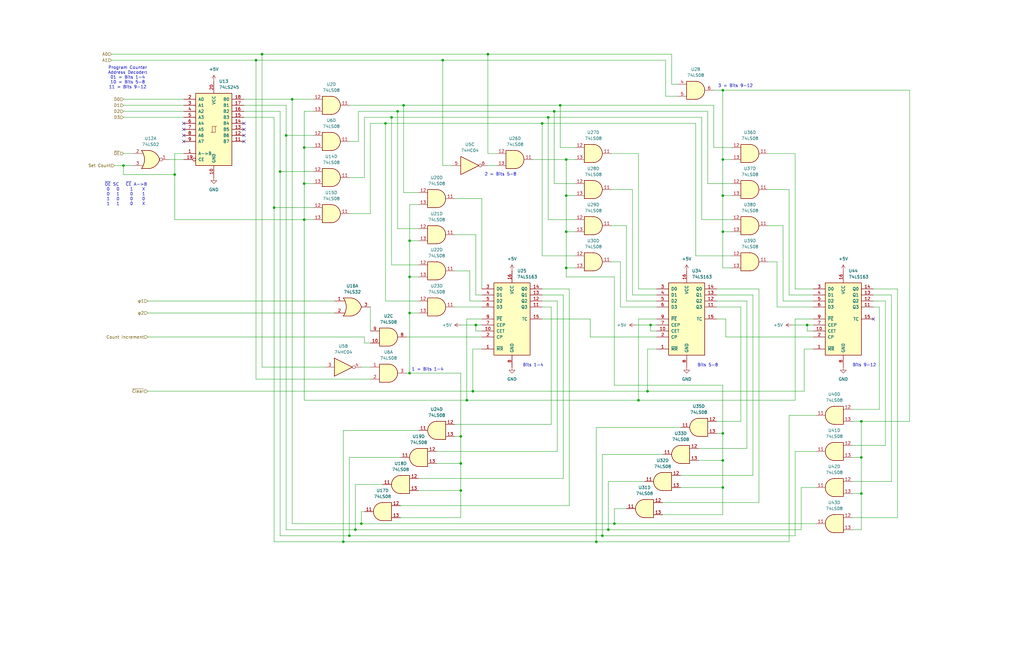
<source format=kicad_sch>
(kicad_sch (version 20231120) (generator "eeschema") (generator_version "8.0")
  (paper "B")
  (lib_symbols
    (symbol "74xx:74HC04"
      (property "Reference" "U" (at 0 1.27 0))
      (property "Value" "74HC04" (at 0 -1.27 0))
      (symbol "74HC04_1_0"
        (pin input line (at -7.62 0 0) (length 3.81) (name "~") (number "1"))
        (pin output inverted (at 7.62 0 180) (length 3.81) (name "~") (number "2"))
      )
      (symbol "74HC04_2_0"
        (pin input line (at -7.62 0 0) (length 3.81) (name "~") (number "3"))
        (pin output inverted (at 7.62 0 180) (length 3.81) (name "~") (number "4"))
      )
      (symbol "74HC04_3_0"
        (pin input line (at -7.62 0 0) (length 3.81) (name "~") (number "5"))
        (pin output inverted (at 7.62 0 180) (length 3.81) (name "~") (number "6"))
      )
      (symbol "74HC04_4_0"
        (pin output inverted (at 7.62 0 180) (length 3.81) (name "~") (number "8"))
        (pin input line (at -7.62 0 0) (length 3.81) (name "~") (number "9"))
      )
      (symbol "74HC04_5_0"
        (pin output inverted (at 7.62 0 180) (length 3.81) (name "~") (number "10"))
        (pin input line (at -7.62 0 0) (length 3.81) (name "~") (number "11"))
      )
      (symbol "74HC04_6_0"
        (pin output inverted (at 7.62 0 180) (length 3.81) (name "~") (number "12"))
        (pin input line (at -7.62 0 0) (length 3.81) (name "~") (number "13"))
      )
      (symbol "74HC04_7_0"
        (pin power_in line (at 0 12.7 270) (length 5.08) (name "VCC") (number "14"))
        (pin power_in line (at 0 -12.7 90) (length 5.08) (name "GND") (number "7"))
      )
    )
    (symbol "74xx:74LS02" (pin_names (offset 1.016))
      (property "Reference" "U" (at 0 1.27 0))
      (property "Value" "74LS02" (at 0 -1.27 0))
      (symbol "74LS02_1_1"
        (pin output inverted (at 7.62 0 180) (length 3.81) (name "~") (number "1"))
        (pin input line (at -7.62 2.54 0) (length 4.318) (name "~") (number "2"))
        (pin input line (at -7.62 -2.54 0) (length 4.318) (name "~") (number "3"))
      )
      (symbol "74LS02_1_2"
        (pin output line (at 7.62 0 180) (length 3.81) (name "~") (number "1"))
        (pin input inverted (at -7.62 2.54 0) (length 3.81) (name "~") (number "2"))
        (pin input inverted (at -7.62 -2.54 0) (length 3.81) (name "~") (number "3"))
      )
      (symbol "74LS02_2_1"
        (pin output inverted (at 7.62 0 180) (length 3.81) (name "~") (number "4"))
        (pin input line (at -7.62 2.54 0) (length 4.318) (name "~") (number "5"))
        (pin input line (at -7.62 -2.54 0) (length 4.318) (name "~") (number "6"))
      )
      (symbol "74LS02_2_2"
        (pin output line (at 7.62 0 180) (length 3.81) (name "~") (number "4"))
        (pin input inverted (at -7.62 2.54 0) (length 3.81) (name "~") (number "5"))
        (pin input inverted (at -7.62 -2.54 0) (length 3.81) (name "~") (number "6"))
      )
      (symbol "74LS02_3_1"
        (pin output inverted (at 7.62 0 180) (length 3.81) (name "~") (number "10"))
        (pin input line (at -7.62 2.54 0) (length 4.318) (name "~") (number "8"))
        (pin input line (at -7.62 -2.54 0) (length 4.318) (name "~") (number "9"))
      )
      (symbol "74LS02_3_2"
        (pin output line (at 7.62 0 180) (length 3.81) (name "~") (number "10"))
        (pin input inverted (at -7.62 2.54 0) (length 3.81) (name "~") (number "8"))
        (pin input inverted (at -7.62 -2.54 0) (length 3.81) (name "~") (number "9"))
      )
      (symbol "74LS02_4_1"
        (pin input line (at -7.62 2.54 0) (length 4.318) (name "~") (number "11"))
        (pin input line (at -7.62 -2.54 0) (length 4.318) (name "~") (number "12"))
        (pin output inverted (at 7.62 0 180) (length 3.81) (name "~") (number "13"))
      )
      (symbol "74LS02_4_2"
        (pin input inverted (at -7.62 2.54 0) (length 3.81) (name "~") (number "11"))
        (pin input inverted (at -7.62 -2.54 0) (length 3.81) (name "~") (number "12"))
        (pin output line (at 7.62 0 180) (length 3.81) (name "~") (number "13"))
      )
      (symbol "74LS02_5_0"
        (pin power_in line (at 0 12.7 270) (length 5.08) (name "VCC") (number "14"))
        (pin power_in line (at 0 -12.7 90) (length 5.08) (name "GND") (number "7"))
      )
    )
    (symbol "74xx:74LS08" (pin_names (offset 1.016))
      (property "Reference" "U" (at 0 1.27 0))
      (property "Value" "74LS08" (at 0 -1.27 0))
      (symbol "74LS08_1_1"
        (pin input line (at -7.62 2.54 0) (length 3.81) (name "~") (number "1"))
        (pin input line (at -7.62 -2.54 0) (length 3.81) (name "~") (number "2"))
        (pin output line (at 7.62 0 180) (length 3.81) (name "~") (number "3"))
      )
      (symbol "74LS08_1_2"
        (pin input inverted (at -7.62 2.54 0) (length 4.318) (name "~") (number "1"))
        (pin input inverted (at -7.62 -2.54 0) (length 4.318) (name "~") (number "2"))
        (pin output inverted (at 7.62 0 180) (length 3.81) (name "~") (number "3"))
      )
      (symbol "74LS08_2_1"
        (pin input line (at -7.62 2.54 0) (length 3.81) (name "~") (number "4"))
        (pin input line (at -7.62 -2.54 0) (length 3.81) (name "~") (number "5"))
        (pin output line (at 7.62 0 180) (length 3.81) (name "~") (number "6"))
      )
      (symbol "74LS08_2_2"
        (pin input inverted (at -7.62 2.54 0) (length 4.318) (name "~") (number "4"))
        (pin input inverted (at -7.62 -2.54 0) (length 4.318) (name "~") (number "5"))
        (pin output inverted (at 7.62 0 180) (length 3.81) (name "~") (number "6"))
      )
      (symbol "74LS08_3_1"
        (pin input line (at -7.62 -2.54 0) (length 3.81) (name "~") (number "10"))
        (pin output line (at 7.62 0 180) (length 3.81) (name "~") (number "8"))
        (pin input line (at -7.62 2.54 0) (length 3.81) (name "~") (number "9"))
      )
      (symbol "74LS08_3_2"
        (pin input inverted (at -7.62 -2.54 0) (length 4.318) (name "~") (number "10"))
        (pin output inverted (at 7.62 0 180) (length 3.81) (name "~") (number "8"))
        (pin input inverted (at -7.62 2.54 0) (length 4.318) (name "~") (number "9"))
      )
      (symbol "74LS08_4_1"
        (pin output line (at 7.62 0 180) (length 3.81) (name "~") (number "11"))
        (pin input line (at -7.62 2.54 0) (length 3.81) (name "~") (number "12"))
        (pin input line (at -7.62 -2.54 0) (length 3.81) (name "~") (number "13"))
      )
      (symbol "74LS08_4_2"
        (pin output inverted (at 7.62 0 180) (length 3.81) (name "~") (number "11"))
        (pin input inverted (at -7.62 2.54 0) (length 4.318) (name "~") (number "12"))
        (pin input inverted (at -7.62 -2.54 0) (length 4.318) (name "~") (number "13"))
      )
      (symbol "74LS08_5_0"
        (pin power_in line (at 0 12.7 270) (length 5.08) (name "VCC") (number "14"))
        (pin power_in line (at 0 -12.7 90) (length 5.08) (name "GND") (number "7"))
      )
    )
    (symbol "74xx:74LS163" (pin_names (offset 1.016))
      (property "Reference" "U" (at -7.62 16.51 0))
      (property "Value" "74LS163" (at -7.62 -16.51 0))
      (symbol "74LS163_1_0"
        (pin input line (at -12.7 -12.7 0) (length 5.08) (name "~{MR}") (number "1"))
        (pin input line (at -12.7 -5.08 0) (length 5.08) (name "CET") (number "10"))
        (pin output line (at 12.7 5.08 180) (length 5.08) (name "Q3") (number "11"))
        (pin output line (at 12.7 7.62 180) (length 5.08) (name "Q2") (number "12"))
        (pin output line (at 12.7 10.16 180) (length 5.08) (name "Q1") (number "13"))
        (pin output line (at 12.7 12.7 180) (length 5.08) (name "Q0") (number "14"))
        (pin output line (at 12.7 0 180) (length 5.08) (name "TC") (number "15"))
        (pin power_in line (at 0 20.32 270) (length 5.08) (name "VCC") (number "16"))
        (pin input line (at -12.7 -7.62 0) (length 5.08) (name "CP") (number "2"))
        (pin input line (at -12.7 12.7 0) (length 5.08) (name "D0") (number "3"))
        (pin input line (at -12.7 10.16 0) (length 5.08) (name "D1") (number "4"))
        (pin input line (at -12.7 7.62 0) (length 5.08) (name "D2") (number "5"))
        (pin input line (at -12.7 5.08 0) (length 5.08) (name "D3") (number "6"))
        (pin input line (at -12.7 -2.54 0) (length 5.08) (name "CEP") (number "7"))
        (pin power_in line (at 0 -20.32 90) (length 5.08) (name "GND") (number "8"))
        (pin input line (at -12.7 0 0) (length 5.08) (name "~{PE}") (number "9"))
      )
    )
    (symbol "74xx:74LS245" (pin_names (offset 1.016))
      (property "Reference" "U" (at -7.62 16.51 0))
      (property "Value" "74LS245" (at -7.62 -16.51 0))
      (symbol "74LS245_1_0"
        (pin input line (at -12.7 -10.16 0) (length 5.08) (name "A->B") (number "1"))
        (pin power_in line (at 0 -20.32 90) (length 5.08) (name "GND") (number "10"))
        (pin tri_state line (at 12.7 -5.08 180) (length 5.08) (name "B7") (number "11"))
        (pin tri_state line (at 12.7 -2.54 180) (length 5.08) (name "B6") (number "12"))
        (pin tri_state line (at 12.7 0 180) (length 5.08) (name "B5") (number "13"))
        (pin tri_state line (at 12.7 2.54 180) (length 5.08) (name "B4") (number "14"))
        (pin tri_state line (at 12.7 5.08 180) (length 5.08) (name "B3") (number "15"))
        (pin tri_state line (at 12.7 7.62 180) (length 5.08) (name "B2") (number "16"))
        (pin tri_state line (at 12.7 10.16 180) (length 5.08) (name "B1") (number "17"))
        (pin tri_state line (at 12.7 12.7 180) (length 5.08) (name "B0") (number "18"))
        (pin input inverted (at -12.7 -12.7 0) (length 5.08) (name "CE") (number "19"))
        (pin tri_state line (at -12.7 12.7 0) (length 5.08) (name "A0") (number "2"))
        (pin power_in line (at 0 20.32 270) (length 5.08) (name "VCC") (number "20"))
        (pin tri_state line (at -12.7 10.16 0) (length 5.08) (name "A1") (number "3"))
        (pin tri_state line (at -12.7 7.62 0) (length 5.08) (name "A2") (number "4"))
        (pin tri_state line (at -12.7 5.08 0) (length 5.08) (name "A3") (number "5"))
        (pin tri_state line (at -12.7 2.54 0) (length 5.08) (name "A4") (number "6"))
        (pin tri_state line (at -12.7 0 0) (length 5.08) (name "A5") (number "7"))
        (pin tri_state line (at -12.7 -2.54 0) (length 5.08) (name "A6") (number "8"))
        (pin tri_state line (at -12.7 -5.08 0) (length 5.08) (name "A7") (number "9"))
      )
    )
    (symbol "74xx:74LS32" (pin_names (offset 1.016))
      (property "Reference" "U" (at 0 1.27 0))
      (property "Value" "74LS32" (at 0 -1.27 0))
      (symbol "74LS32_1_1"
        (pin input line (at -7.62 2.54 0) (length 4.318) (name "~") (number "1"))
        (pin input line (at -7.62 -2.54 0) (length 4.318) (name "~") (number "2"))
        (pin output line (at 7.62 0 180) (length 3.81) (name "~") (number "3"))
      )
      (symbol "74LS32_1_2"
        (pin input inverted (at -7.62 2.54 0) (length 3.81) (name "~") (number "1"))
        (pin input inverted (at -7.62 -2.54 0) (length 3.81) (name "~") (number "2"))
        (pin output inverted (at 7.62 0 180) (length 3.81) (name "~") (number "3"))
      )
      (symbol "74LS32_2_1"
        (pin input line (at -7.62 2.54 0) (length 4.318) (name "~") (number "4"))
        (pin input line (at -7.62 -2.54 0) (length 4.318) (name "~") (number "5"))
        (pin output line (at 7.62 0 180) (length 3.81) (name "~") (number "6"))
      )
      (symbol "74LS32_2_2"
        (pin input inverted (at -7.62 2.54 0) (length 3.81) (name "~") (number "4"))
        (pin input inverted (at -7.62 -2.54 0) (length 3.81) (name "~") (number "5"))
        (pin output inverted (at 7.62 0 180) (length 3.81) (name "~") (number "6"))
      )
      (symbol "74LS32_3_1"
        (pin input line (at -7.62 -2.54 0) (length 4.318) (name "~") (number "10"))
        (pin output line (at 7.62 0 180) (length 3.81) (name "~") (number "8"))
        (pin input line (at -7.62 2.54 0) (length 4.318) (name "~") (number "9"))
      )
      (symbol "74LS32_3_2"
        (pin input inverted (at -7.62 -2.54 0) (length 3.81) (name "~") (number "10"))
        (pin output inverted (at 7.62 0 180) (length 3.81) (name "~") (number "8"))
        (pin input inverted (at -7.62 2.54 0) (length 3.81) (name "~") (number "9"))
      )
      (symbol "74LS32_4_1"
        (pin output line (at 7.62 0 180) (length 3.81) (name "~") (number "11"))
        (pin input line (at -7.62 2.54 0) (length 4.318) (name "~") (number "12"))
        (pin input line (at -7.62 -2.54 0) (length 4.318) (name "~") (number "13"))
      )
      (symbol "74LS32_4_2"
        (pin output inverted (at 7.62 0 180) (length 3.81) (name "~") (number "11"))
        (pin input inverted (at -7.62 2.54 0) (length 3.81) (name "~") (number "12"))
        (pin input inverted (at -7.62 -2.54 0) (length 3.81) (name "~") (number "13"))
      )
      (symbol "74LS32_5_0"
        (pin power_in line (at 0 12.7 270) (length 5.08) (name "VCC") (number "14"))
        (pin power_in line (at 0 -12.7 90) (length 5.08) (name "GND") (number "7"))
      )
    )
    (symbol "power:+5V" (power) (pin_numbers hide) (pin_names (offset 0) hide)
      (property "Value" "+5V" (at 0 3.556 0))
      (symbol "+5V_1_1"
        (pin power_in line (at 0 0 90) (length 0) (name "~") (number "1"))
      )
    )
    (symbol "power:GND" (power) (pin_numbers hide) (pin_names (offset 0) hide)
      (property "Value" "GND" (at 0 -3.81 0))
      (symbol "GND_1_1"
        (pin power_in line (at 0 0 270) (length 0) (name "~") (number "1"))
      )
    )
  )
  (junction (at 144.78 228.6))
  (junction (at 238.76 82.55))
  (junction (at 363.22 177.8))
  (junction (at 200.66 137.16))
  (junction (at 251.46 228.6))
  (junction (at 231.14 49.53))
  (junction (at 115.57 87.63))
  (junction (at 152.4 220.98))
  (junction (at 194.31 207.01))
  (junction (at 196.85 168.91))
  (junction (at 269.24 168.91))
  (junction (at 170.18 44.45))
  (junction (at 172.72 132.08))
  (junction (at 52.07 69.85))
  (junction (at 259.08 220.98))
  (junction (at 304.8 97.79))
  (junction (at 194.31 184.15))
  (junction (at 304.8 205.74))
  (junction (at 363.22 193.04))
  (junction (at 274.32 137.16))
  (junction (at 165.1 49.53))
  (junction (at 256.54 223.52))
  (junction (at 304.8 38.1))
  (junction (at 73.66 73.66))
  (junction (at 304.8 182.88))
  (junction (at 123.19 41.91))
  (junction (at 147.32 226.06))
  (junction (at 238.76 113.03))
  (junction (at 254 226.06))
  (junction (at 340.36 137.16))
  (junction (at 236.22 44.45))
  (junction (at 238.76 67.31))
  (junction (at 205.74 22.86))
  (junction (at 167.64 46.99))
  (junction (at 162.56 52.07))
  (junction (at 118.11 72.39))
  (junction (at 172.72 157.48))
  (junction (at 233.68 46.99))
  (junction (at 120.65 57.15))
  (junction (at 228.6 52.07))
  (junction (at 172.72 116.84))
  (junction (at 107.95 25.4))
  (junction (at 194.31 195.58))
  (junction (at 238.76 97.79))
  (junction (at 186.69 25.4))
  (junction (at 128.27 77.47))
  (junction (at 304.8 67.31))
  (junction (at 304.8 82.55))
  (junction (at 128.27 92.71))
  (junction (at 172.72 101.6))
  (junction (at 273.05 165.1))
  (junction (at 363.22 208.28))
  (junction (at 128.27 62.23))
  (junction (at 304.8 194.31))
  (junction (at 199.39 165.1))
  (junction (at 110.49 22.86))
  (junction (at 149.86 223.52))
  (no_connect (at 77.47 59.69))
  (no_connect (at 77.47 52.07))
  (no_connect (at 368.3 134.62))
  (no_connect (at 77.47 54.61))
  (no_connect (at 102.87 52.07))
  (no_connect (at 102.87 54.61))
  (no_connect (at 102.87 57.15))
  (no_connect (at 77.47 57.15))
  (no_connect (at 102.87 59.69))
  (wire (pts (xy 231.14 49.53) (xy 295.91 49.53)))
  (wire (pts (xy 128.27 46.99) (xy 128.27 62.23)))
  (wire (pts (xy 186.69 69.85) (xy 190.5 69.85)))
  (wire (pts (xy 46.99 22.86) (xy 110.49 22.86)))
  (wire (pts (xy 306.07 134.62) (xy 306.07 142.24)))
  (wire (pts (xy 46.99 25.4) (xy 107.95 25.4)))
  (wire (pts (xy 285.75 35.56) (xy 283.21 35.56)))
  (wire (pts (xy 308.61 82.55) (xy 304.8 82.55)))
  (wire (pts (xy 156.21 90.17) (xy 156.21 52.07)))
  (wire (pts (xy 254 191.77) (xy 279.4 191.77)))
  (wire (pts (xy 259.08 220.98) (xy 344.17 220.98)))
  (wire (pts (xy 194.31 195.58) (xy 194.31 207.01)))
  (wire (pts (xy 300.99 62.23) (xy 308.61 62.23)))
  (wire (pts (xy 283.21 35.56) (xy 283.21 22.86)))
  (wire (pts (xy 238.76 97.79) (xy 238.76 82.55)))
  (wire (pts (xy 279.4 212.09) (xy 320.04 212.09)))
  (wire (pts (xy 156.21 129.54) (xy 156.21 139.7)))
  (wire (pts (xy 128.27 62.23) (xy 128.27 77.47)))
  (wire (pts (xy 363.22 193.04) (xy 363.22 208.28)))
  (wire (pts (xy 276.86 121.92) (xy 269.24 121.92)))
  (wire (pts (xy 302.26 182.88) (xy 304.8 182.88)))
  (wire (pts (xy 171.45 157.48) (xy 172.72 157.48)))
  (wire (pts (xy 304.8 194.31) (xy 304.8 205.74)))
  (wire (pts (xy 120.65 57.15) (xy 132.08 57.15)))
  (wire (pts (xy 359.41 208.28) (xy 363.22 208.28)))
  (wire (pts (xy 147.32 59.69) (xy 151.13 59.69)))
  (wire (pts (xy 304.8 97.79) (xy 304.8 82.55)))
  (wire (pts (xy 295.91 92.71) (xy 308.61 92.71)))
  (wire (pts (xy 248.92 142.24) (xy 276.86 142.24)))
  (wire (pts (xy 71.12 67.31) (xy 77.47 67.31)))
  (wire (pts (xy 170.18 81.28) (xy 176.53 81.28)))
  (wire (pts (xy 375.92 124.46) (xy 375.92 203.2)))
  (wire (pts (xy 298.45 46.99) (xy 298.45 77.47)))
  (wire (pts (xy 373.38 127) (xy 373.38 187.96)))
  (wire (pts (xy 228.6 107.95) (xy 228.6 52.07)))
  (wire (pts (xy 203.2 121.92) (xy 203.2 83.82)))
  (wire (pts (xy 62.23 132.08) (xy 140.97 132.08)))
  (wire (pts (xy 167.64 96.52) (xy 167.64 46.99)))
  (wire (pts (xy 332.74 175.26) (xy 332.74 228.6)))
  (wire (pts (xy 302.26 129.54) (xy 312.42 129.54)))
  (wire (pts (xy 165.1 111.76) (xy 165.1 49.53)))
  (wire (pts (xy 198.12 127) (xy 198.12 114.3)))
  (wire (pts (xy 259.08 162.56) (xy 304.8 162.56)))
  (wire (pts (xy 152.4 215.9) (xy 153.67 215.9)))
  (wire (pts (xy 302.26 124.46) (xy 317.5 124.46)))
  (wire (pts (xy 334.01 137.16) (xy 340.36 137.16)))
  (wire (pts (xy 304.8 113.03) (xy 304.8 97.79)))
  (wire (pts (xy 340.36 139.7) (xy 340.36 137.16)))
  (wire (pts (xy 194.31 184.15) (xy 194.31 195.58)))
  (wire (pts (xy 205.74 69.85) (xy 209.55 69.85)))
  (wire (pts (xy 110.49 22.86) (xy 205.74 22.86)))
  (wire (pts (xy 261.62 110.49) (xy 257.81 110.49)))
  (wire (pts (xy 176.53 132.08) (xy 172.72 132.08)))
  (wire (pts (xy 264.16 95.25) (xy 257.81 95.25)))
  (wire (pts (xy 304.8 38.1) (xy 383.54 38.1)))
  (wire (pts (xy 276.86 127) (xy 264.16 127)))
  (wire (pts (xy 147.32 193.04) (xy 168.91 193.04)))
  (wire (pts (xy 52.07 41.91) (xy 77.47 41.91)))
  (wire (pts (xy 238.76 113.03) (xy 238.76 97.79)))
  (wire (pts (xy 330.2 95.25) (xy 323.85 95.25)))
  (wire (pts (xy 332.74 80.01) (xy 332.74 124.46)))
  (wire (pts (xy 170.18 44.45) (xy 236.22 44.45)))
  (wire (pts (xy 240.03 213.36) (xy 240.03 121.92)))
  (wire (pts (xy 363.22 177.8) (xy 363.22 193.04)))
  (wire (pts (xy 128.27 92.71) (xy 132.08 92.71)))
  (wire (pts (xy 359.41 203.2) (xy 375.92 203.2)))
  (wire (pts (xy 118.11 72.39) (xy 118.11 46.99)))
  (wire (pts (xy 203.2 139.7) (xy 200.66 139.7)))
  (wire (pts (xy 302.26 134.62) (xy 306.07 134.62)))
  (wire (pts (xy 233.68 77.47) (xy 242.57 77.47)))
  (wire (pts (xy 339.09 147.32) (xy 339.09 165.1)))
  (wire (pts (xy 165.1 49.53) (xy 231.14 49.53)))
  (wire (pts (xy 52.07 49.53) (xy 77.47 49.53)))
  (wire (pts (xy 48.26 69.85) (xy 52.07 69.85)))
  (wire (pts (xy 242.57 97.79) (xy 238.76 97.79)))
  (wire (pts (xy 172.72 101.6) (xy 172.72 116.84)))
  (wire (pts (xy 228.6 134.62) (xy 248.92 134.62)))
  (wire (pts (xy 295.91 92.71) (xy 295.91 49.53)))
  (wire (pts (xy 287.02 205.74) (xy 304.8 205.74)))
  (wire (pts (xy 73.66 73.66) (xy 73.66 92.71)))
  (wire (pts (xy 232.41 129.54) (xy 232.41 179.07)))
  (wire (pts (xy 238.76 116.84) (xy 259.08 116.84)))
  (wire (pts (xy 199.39 147.32) (xy 203.2 147.32)))
  (wire (pts (xy 120.65 223.52) (xy 149.86 223.52)))
  (wire (pts (xy 237.49 124.46) (xy 237.49 201.93)))
  (wire (pts (xy 52.07 69.85) (xy 52.07 73.66)))
  (wire (pts (xy 118.11 226.06) (xy 147.32 226.06)))
  (wire (pts (xy 238.76 67.31) (xy 238.76 82.55)))
  (wire (pts (xy 304.8 205.74) (xy 304.8 217.17)))
  (wire (pts (xy 320.04 212.09) (xy 320.04 121.92)))
  (wire (pts (xy 149.86 204.47) (xy 149.86 223.52)))
  (wire (pts (xy 242.57 82.55) (xy 238.76 82.55)))
  (wire (pts (xy 370.84 129.54) (xy 370.84 172.72)))
  (wire (pts (xy 128.27 168.91) (xy 196.85 168.91)))
  (wire (pts (xy 194.31 137.16) (xy 200.66 137.16)))
  (wire (pts (xy 176.53 201.93) (xy 237.49 201.93)))
  (wire (pts (xy 162.56 127) (xy 162.56 52.07)))
  (wire (pts (xy 165.1 111.76) (xy 176.53 111.76)))
  (wire (pts (xy 110.49 154.94) (xy 137.16 154.94)))
  (wire (pts (xy 62.23 165.1) (xy 199.39 165.1)))
  (wire (pts (xy 132.08 46.99) (xy 128.27 46.99)))
  (wire (pts (xy 128.27 92.71) (xy 128.27 168.91)))
  (wire (pts (xy 191.77 129.54) (xy 203.2 129.54)))
  (wire (pts (xy 172.72 157.48) (xy 194.31 157.48)))
  (wire (pts (xy 269.24 134.62) (xy 276.86 134.62)))
  (wire (pts (xy 186.69 25.4) (xy 186.69 69.85)))
  (wire (pts (xy 144.78 228.6) (xy 251.46 228.6)))
  (wire (pts (xy 62.23 127) (xy 140.97 127)))
  (wire (pts (xy 191.77 99.06) (xy 200.66 99.06)))
  (wire (pts (xy 224.79 67.31) (xy 238.76 67.31)))
  (wire (pts (xy 231.14 92.71) (xy 242.57 92.71)))
  (wire (pts (xy 128.27 77.47) (xy 132.08 77.47)))
  (wire (pts (xy 308.61 97.79) (xy 304.8 97.79)))
  (wire (pts (xy 285.75 40.64) (xy 280.67 40.64)))
  (wire (pts (xy 172.72 132.08) (xy 172.72 157.48)))
  (wire (pts (xy 194.31 184.15) (xy 191.77 184.15)))
  (wire (pts (xy 273.05 147.32) (xy 276.86 147.32)))
  (wire (pts (xy 184.15 195.58) (xy 194.31 195.58)))
  (wire (pts (xy 257.81 80.01) (xy 266.7 80.01)))
  (wire (pts (xy 153.67 142.24) (xy 62.23 142.24)))
  (wire (pts (xy 342.9 139.7) (xy 340.36 139.7)))
  (wire (pts (xy 162.56 127) (xy 176.53 127)))
  (wire (pts (xy 167.64 46.99) (xy 233.68 46.99)))
  (wire (pts (xy 52.07 64.77) (xy 55.88 64.77)))
  (wire (pts (xy 73.66 92.71) (xy 128.27 92.71)))
  (wire (pts (xy 302.26 177.8) (xy 312.42 177.8)))
  (wire (pts (xy 200.66 124.46) (xy 203.2 124.46)))
  (wire (pts (xy 248.92 134.62) (xy 248.92 142.24)))
  (wire (pts (xy 368.3 124.46) (xy 375.92 124.46)))
  (wire (pts (xy 147.32 226.06) (xy 254 226.06)))
  (wire (pts (xy 102.87 44.45) (xy 120.65 44.45)))
  (wire (pts (xy 120.65 44.45) (xy 120.65 57.15)))
  (wire (pts (xy 191.77 179.07) (xy 232.41 179.07)))
  (wire (pts (xy 123.19 220.98) (xy 152.4 220.98)))
  (wire (pts (xy 203.2 127) (xy 198.12 127)))
  (wire (pts (xy 238.76 113.03) (xy 238.76 116.84)))
  (wire (pts (xy 254 191.77) (xy 254 226.06)))
  (wire (pts (xy 118.11 46.99) (xy 102.87 46.99)))
  (wire (pts (xy 168.91 213.36) (xy 240.03 213.36)))
  (wire (pts (xy 378.46 218.44) (xy 378.46 121.92)))
  (wire (pts (xy 335.28 190.5) (xy 335.28 226.06)))
  (wire (pts (xy 171.45 142.24) (xy 203.2 142.24)))
  (wire (pts (xy 198.12 114.3) (xy 191.77 114.3)))
  (wire (pts (xy 251.46 180.34) (xy 251.46 228.6)))
  (wire (pts (xy 332.74 175.26) (xy 344.17 175.26)))
  (wire (pts (xy 368.3 127) (xy 373.38 127)))
  (wire (pts (xy 300.99 38.1) (xy 304.8 38.1)))
  (wire (pts (xy 228.6 107.95) (xy 242.57 107.95)))
  (wire (pts (xy 340.36 137.16) (xy 342.9 137.16)))
  (wire (pts (xy 151.13 59.69) (xy 151.13 46.99)))
  (wire (pts (xy 52.07 73.66) (xy 73.66 73.66)))
  (wire (pts (xy 368.3 129.54) (xy 370.84 129.54)))
  (wire (pts (xy 149.86 204.47) (xy 161.29 204.47)))
  (wire (pts (xy 266.7 124.46) (xy 276.86 124.46)))
  (wire (pts (xy 359.41 172.72) (xy 370.84 172.72)))
  (wire (pts (xy 317.5 124.46) (xy 317.5 200.66)))
  (wire (pts (xy 304.8 67.31) (xy 304.8 82.55)))
  (wire (pts (xy 300.99 44.45) (xy 300.99 62.23)))
  (wire (pts (xy 337.82 205.74) (xy 337.82 223.52)))
  (wire (pts (xy 172.72 86.36) (xy 172.72 101.6)))
  (wire (pts (xy 359.41 187.96) (xy 373.38 187.96)))
  (wire (pts (xy 194.31 207.01) (xy 194.31 218.44)))
  (wire (pts (xy 332.74 124.46) (xy 342.9 124.46)))
  (wire (pts (xy 152.4 220.98) (xy 259.08 220.98)))
  (wire (pts (xy 267.97 137.16) (xy 274.32 137.16)))
  (wire (pts (xy 228.6 129.54) (xy 232.41 129.54)))
  (wire (pts (xy 287.02 200.66) (xy 317.5 200.66)))
  (wire (pts (xy 304.8 67.31) (xy 308.61 67.31)))
  (wire (pts (xy 102.87 49.53) (xy 115.57 49.53)))
  (wire (pts (xy 186.69 25.4) (xy 280.67 25.4)))
  (wire (pts (xy 233.68 46.99) (xy 298.45 46.99)))
  (wire (pts (xy 251.46 228.6) (xy 332.74 228.6)))
  (wire (pts (xy 335.28 121.92) (xy 335.28 64.77)))
  (wire (pts (xy 153.67 74.93) (xy 147.32 74.93)))
  (wire (pts (xy 52.07 44.45) (xy 77.47 44.45)))
  (wire (pts (xy 327.66 110.49) (xy 323.85 110.49)))
  (wire (pts (xy 279.4 217.17) (xy 304.8 217.17)))
  (wire (pts (xy 254 226.06) (xy 335.28 226.06)))
  (wire (pts (xy 251.46 180.34) (xy 287.02 180.34)))
  (wire (pts (xy 107.95 160.02) (xy 156.21 160.02)))
  (wire (pts (xy 115.57 87.63) (xy 115.57 228.6)))
  (wire (pts (xy 234.95 127) (xy 234.95 190.5)))
  (wire (pts (xy 256.54 223.52) (xy 337.82 223.52)))
  (wire (pts (xy 236.22 44.45) (xy 300.99 44.45)))
  (wire (pts (xy 194.31 157.48) (xy 194.31 184.15)))
  (wire (pts (xy 156.21 144.78) (xy 153.67 144.78)))
  (wire (pts (xy 228.6 52.07) (xy 293.37 52.07)))
  (wire (pts (xy 73.66 64.77) (xy 77.47 64.77)))
  (wire (pts (xy 269.24 121.92) (xy 269.24 64.77)))
  (wire (pts (xy 128.27 77.47) (xy 128.27 92.71)))
  (wire (pts (xy 196.85 134.62) (xy 203.2 134.62)))
  (wire (pts (xy 55.88 69.85) (xy 52.07 69.85)))
  (wire (pts (xy 107.95 25.4) (xy 186.69 25.4)))
  (wire (pts (xy 314.96 127) (xy 314.96 189.23)))
  (wire (pts (xy 236.22 44.45) (xy 236.22 62.23)))
  (wire (pts (xy 293.37 107.95) (xy 308.61 107.95)))
  (wire (pts (xy 118.11 72.39) (xy 118.11 226.06)))
  (wire (pts (xy 335.28 190.5) (xy 344.17 190.5)))
  (wire (pts (xy 199.39 147.32) (xy 199.39 165.1)))
  (wire (pts (xy 203.2 83.82) (xy 191.77 83.82)))
  (wire (pts (xy 335.28 64.77) (xy 323.85 64.77)))
  (wire (pts (xy 274.32 137.16) (xy 276.86 137.16)))
  (wire (pts (xy 276.86 139.7) (xy 274.32 139.7)))
  (wire (pts (xy 123.19 41.91) (xy 123.19 220.98)))
  (wire (pts (xy 172.72 86.36) (xy 176.53 86.36)))
  (wire (pts (xy 256.54 203.2) (xy 256.54 223.52)))
  (wire (pts (xy 269.24 168.91) (xy 269.24 134.62)))
  (wire (pts (xy 168.91 218.44) (xy 194.31 218.44)))
  (wire (pts (xy 266.7 80.01) (xy 266.7 124.46)))
  (wire (pts (xy 293.37 107.95) (xy 293.37 52.07)))
  (wire (pts (xy 200.66 137.16) (xy 203.2 137.16)))
  (wire (pts (xy 342.9 121.92) (xy 335.28 121.92)))
  (wire (pts (xy 107.95 25.4) (xy 107.95 160.02)))
  (wire (pts (xy 323.85 80.01) (xy 332.74 80.01)))
  (wire (pts (xy 363.22 177.8) (xy 359.41 177.8)))
  (wire (pts (xy 259.08 116.84) (xy 259.08 162.56)))
  (wire (pts (xy 274.32 139.7) (xy 274.32 137.16)))
  (wire (pts (xy 330.2 127) (xy 330.2 95.25)))
  (wire (pts (xy 335.28 168.91) (xy 269.24 168.91)))
  (wire (pts (xy 172.72 132.08) (xy 172.72 116.84)))
  (wire (pts (xy 120.65 57.15) (xy 120.65 223.52)))
  (wire (pts (xy 151.13 46.99) (xy 167.64 46.99)))
  (wire (pts (xy 264.16 127) (xy 264.16 95.25)))
  (wire (pts (xy 238.76 67.31) (xy 242.57 67.31)))
  (wire (pts (xy 228.6 124.46) (xy 237.49 124.46)))
  (wire (pts (xy 128.27 62.23) (xy 132.08 62.23)))
  (wire (pts (xy 228.6 127) (xy 234.95 127)))
  (wire (pts (xy 359.41 218.44) (xy 378.46 218.44)))
  (wire (pts (xy 306.07 142.24) (xy 342.9 142.24)))
  (wire (pts (xy 231.14 92.71) (xy 231.14 49.53)))
  (wire (pts (xy 304.8 162.56) (xy 304.8 182.88)))
  (wire (pts (xy 273.05 165.1) (xy 339.09 165.1)))
  (wire (pts (xy 304.8 182.88) (xy 304.8 194.31)))
  (wire (pts (xy 123.19 41.91) (xy 132.08 41.91)))
  (wire (pts (xy 259.08 214.63) (xy 264.16 214.63)))
  (wire (pts (xy 368.3 121.92) (xy 378.46 121.92)))
  (wire (pts (xy 342.9 134.62) (xy 335.28 134.62)))
  (wire (pts (xy 383.54 38.1) (xy 383.54 177.8)))
  (wire (pts (xy 115.57 228.6) (xy 144.78 228.6)))
  (wire (pts (xy 144.78 181.61) (xy 144.78 228.6)))
  (wire (pts (xy 304.8 38.1) (xy 304.8 67.31)))
  (wire (pts (xy 383.54 177.8) (xy 363.22 177.8)))
  (wire (pts (xy 152.4 215.9) (xy 152.4 220.98)))
  (wire (pts (xy 342.9 127) (xy 330.2 127)))
  (wire (pts (xy 342.9 129.54) (xy 327.66 129.54)))
  (wire (pts (xy 359.41 193.04) (xy 363.22 193.04)))
  (wire (pts (xy 273.05 165.1) (xy 273.05 147.32)))
  (wire (pts (xy 152.4 154.94) (xy 156.21 154.94)))
  (wire (pts (xy 153.67 49.53) (xy 153.67 74.93)))
  (wire (pts (xy 156.21 52.07) (xy 162.56 52.07)))
  (wire (pts (xy 256.54 203.2) (xy 271.78 203.2)))
  (wire (pts (xy 170.18 44.45) (xy 170.18 81.28)))
  (wire (pts (xy 196.85 134.62) (xy 196.85 168.91)))
  (wire (pts (xy 196.85 168.91) (xy 269.24 168.91)))
  (wire (pts (xy 110.49 22.86) (xy 110.49 154.94)))
  (wire (pts (xy 147.32 90.17) (xy 156.21 90.17)))
  (wire (pts (xy 205.74 22.86) (xy 283.21 22.86)))
  (wire (pts (xy 176.53 207.01) (xy 194.31 207.01)))
  (wire (pts (xy 302.26 121.92) (xy 320.04 121.92)))
  (wire (pts (xy 312.42 129.54) (xy 312.42 177.8)))
  (wire (pts (xy 242.57 113.03) (xy 238.76 113.03)))
  (wire (pts (xy 308.61 113.03) (xy 304.8 113.03)))
  (wire (pts (xy 73.66 73.66) (xy 73.66 64.77)))
  (wire (pts (xy 359.41 223.52) (xy 363.22 223.52)))
  (wire (pts (xy 102.87 41.91) (xy 123.19 41.91)))
  (wire (pts (xy 259.08 214.63) (xy 259.08 220.98)))
  (wire (pts (xy 167.64 96.52) (xy 176.53 96.52)))
  (wire (pts (xy 233.68 77.47) (xy 233.68 46.99)))
  (wire (pts (xy 294.64 194.31) (xy 304.8 194.31)))
  (wire (pts (xy 240.03 121.92) (xy 228.6 121.92)))
  (wire (pts (xy 200.66 99.06) (xy 200.66 124.46)))
  (wire (pts (xy 147.32 44.45) (xy 170.18 44.45)))
  (wire (pts (xy 115.57 49.53) (xy 115.57 87.63)))
  (wire (pts (xy 298.45 77.47) (xy 308.61 77.47)))
  (wire (pts (xy 184.15 190.5) (xy 234.95 190.5)))
  (wire (pts (xy 153.67 49.53) (xy 165.1 49.53)))
  (wire (pts (xy 205.74 64.77) (xy 205.74 22.86)))
  (wire (pts (xy 132.08 72.39) (xy 118.11 72.39)))
  (wire (pts (xy 199.39 165.1) (xy 273.05 165.1)))
  (wire (pts (xy 149.86 223.52) (xy 256.54 223.52)))
  (wire (pts (xy 153.67 142.24) (xy 153.67 144.78)))
  (wire (pts (xy 269.24 64.77) (xy 257.81 64.77)))
  (wire (pts (xy 52.07 46.99) (xy 77.47 46.99)))
  (wire (pts (xy 342.9 147.32) (xy 339.09 147.32)))
  (wire (pts (xy 144.78 181.61) (xy 176.53 181.61)))
  (wire (pts (xy 327.66 129.54) (xy 327.66 110.49)))
  (wire (pts (xy 337.82 205.74) (xy 344.17 205.74)))
  (wire (pts (xy 147.32 193.04) (xy 147.32 226.06)))
  (wire (pts (xy 302.26 127) (xy 314.96 127)))
  (wire (pts (xy 294.64 189.23) (xy 314.96 189.23)))
  (wire (pts (xy 335.28 134.62) (xy 335.28 168.91)))
  (wire (pts (xy 115.57 87.63) (xy 132.08 87.63)))
  (wire (pts (xy 176.53 101.6) (xy 172.72 101.6)))
  (wire (pts (xy 276.86 129.54) (xy 261.62 129.54)))
  (wire (pts (xy 236.22 62.23) (xy 242.57 62.23)))
  (wire (pts (xy 205.74 64.77) (xy 209.55 64.77)))
  (wire (pts (xy 162.56 52.07) (xy 228.6 52.07)))
  (wire (pts (xy 363.22 208.28) (xy 363.22 223.52)))
  (wire (pts (xy 200.66 139.7) (xy 200.66 137.16)))
  (wire (pts (xy 261.62 129.54) (xy 261.62 110.49)))
  (wire (pts (xy 280.67 40.64) (xy 280.67 25.4)))
  (wire (pts (xy 176.53 116.84) (xy 172.72 116.84)))
  (text "2 = Bits 5-8" (at 211.074 73.66 0) (effects (font (size 1.27 1.27))))
  (text "Program Counter\nAddress Decoder:\n01 = Bits 1-4\n10 = Bits 5-8\n11 = Bits 9-12" (at 53.848 32.766 0) (effects (font (size 1.27 1.27))))
  (text "3 = Bits 9-12" (at 310.134 36.322 0) (effects (font (size 1.27 1.27))))
  (text "Bits 5-8" (at 298.45 154.178 0) (effects (font (size 1.27 1.27))))
  (text "1 = Bits 1-4" (at 180.34 155.956 0) (effects (font (size 1.27 1.27))))
  (text "Bits 1-4" (at 224.79 154.178 0) (effects (font (size 1.27 1.27))))
  (text "Bits 9-12" (at 364.49 154.178 0) (effects (font (size 1.27 1.27))))
  (text "~{OE} SC   ~{CE} A->B\n0   0	1	X\n0   1	0	1\n1   0	0	0\n1   1	0	X" (at 53.086 82.042 0) (effects (font (size 1.27 1.27))))
  (hierarchical_label "A1" (shape input) (at 46.99 25.4 180))
  (hierarchical_label "D0" (shape input) (at 52.07 41.91 180))
  (hierarchical_label "D1" (shape input) (at 52.07 44.45 180))
  (hierarchical_label "φ2" (shape input) (at 62.23 132.08 180))
  (hierarchical_label "~{OE}" (shape input) (at 52.07 64.77 180))
  (hierarchical_label "Set Count" (shape input) (at 48.26 69.85 180))
  (hierarchical_label "Count Increment" (shape input) (at 62.23 142.24 180))
  (hierarchical_label "D3" (shape input) (at 52.07 49.53 180))
  (hierarchical_label "A0" (shape input) (at 46.99 22.86 180))
  (hierarchical_label "D2" (shape input) (at 52.07 46.99 180))
  (hierarchical_label "φ1" (shape input) (at 62.23 127 180))
  (hierarchical_label "~{Clear}" (shape input) (at 62.23 165.1 180))
  (symbol (lib_id "power:GND") (at 90.17 74.93 0) (unit 1)
    (property "Reference" "#PWR020" (effects (hide yes)))
    (property "Value" "GND" (at 90.17 80.01 0))
    (property "Description" "Power symbol creates a global label with name \"GND\" , ground" (effects (hide yes)))
  )
  (symbol (lib_id "74xx:74LS08") (at 351.79 175.26 0) (mirror y) (unit 4)
    (property "Reference" "U40" (at 351.7983 166.37 0))
    (property "Value" "74LS08" (at 351.7983 168.91 0))
    (property "Datasheet" "http://www.ti.com/lit/gpn/sn74LS08" (effects (hide yes)))
    (property "Description" "Quad And2" (effects (hide yes)))
  )
  (symbol (lib_id "74xx:74LS08") (at 316.23 110.49 0) (unit 4)
    (property "Reference" "U39" (at 316.2217 101.6 0))
    (property "Value" "74LS08" (at 316.2217 104.14 0))
    (property "Datasheet" "http://www.ti.com/lit/gpn/sn74LS08" (effects (hide yes)))
    (property "Description" "Quad And2" (effects (hide yes)))
  )
  (symbol (lib_id "74xx:74LS08") (at 279.4 203.2 0) (mirror y) (unit 4)
    (property "Reference" "U32" (at 279.4083 194.31 0))
    (property "Value" "74LS08" (at 279.4083 196.85 0))
    (property "Datasheet" "http://www.ti.com/lit/gpn/sn74LS08" (effects (hide yes)))
    (property "Description" "Quad And2" (effects (hide yes)))
  )
  (symbol (lib_id "74xx:74LS08") (at 316.23 64.77 0) (unit 4)
    (property "Reference" "U36" (at 316.2217 55.88 0))
    (property "Value" "74LS08" (at 316.2217 58.42 0))
    (property "Datasheet" "http://www.ti.com/lit/gpn/sn74LS08" (effects (hide yes)))
    (property "Description" "Quad And2" (effects (hide yes)))
  )
  (symbol (lib_id "74xx:74LS08") (at 217.17 67.31 0) (unit 4)
    (property "Reference" "U26" (at 217.1617 58.42 0))
    (property "Value" "74LS08" (at 217.1617 60.96 0))
    (property "Datasheet" "http://www.ti.com/lit/gpn/sn74LS08" (effects (hide yes)))
    (property "Description" "Quad And2" (effects (hide yes)))
  )
  (symbol (lib_id "74xx:74LS08") (at 139.7 90.17 0) (unit 4)
    (property "Reference" "U15" (at 139.6917 81.28 0))
    (property "Value" "74LS08" (at 139.6917 83.82 0))
    (property "Datasheet" "http://www.ti.com/lit/gpn/sn74LS08" (effects (hide yes)))
    (property "Description" "Quad And2" (effects (hide yes)))
  )
  (symbol (lib_id "74xx:74LS163") (at 215.9 134.62 0) (unit 1)
    (property "Reference" "U25" (at 218.0941 114.3 0) (effects (justify left)))
    (property "Value" "74LS163" (at 218.0941 116.84 0) (effects (justify left)))
    (property "Datasheet" "http://www.ti.com/lit/gpn/sn74LS163" (effects (hide yes)))
    (property "Description" "Synchronous 4-bit programmable binary Counter" (effects (hide yes)))
  )
  (symbol (lib_id "74xx:74LS08") (at 351.79 205.74 0) (mirror y) (unit 4)
    (property "Reference" "U42" (at 351.7983 196.85 0))
    (property "Value" "74LS08" (at 351.7983 199.39 0))
    (property "Datasheet" "http://www.ti.com/lit/gpn/sn74LS08" (effects (hide yes)))
    (property "Description" "Quad And2" (effects (hide yes)))
  )
  (symbol (lib_id "74xx:74LS163") (at 289.56 134.62 0) (unit 1)
    (property "Reference" "U34" (at 291.7541 114.3 0) (effects (justify left)))
    (property "Value" "74LS163" (at 291.7541 116.84 0) (effects (justify left)))
    (property "Datasheet" "http://www.ti.com/lit/gpn/sn74LS163" (effects (hide yes)))
    (property "Description" "Synchronous 4-bit programmable binary Counter" (effects (hide yes)))
  )
  (symbol (lib_id "74xx:74LS08") (at 184.15 129.54 0) (unit 4)
    (property "Reference" "U23" (at 184.1417 120.65 0))
    (property "Value" "74LS08" (at 184.1417 123.19 0))
    (property "Datasheet" "http://www.ti.com/lit/gpn/sn74LS08" (effects (hide yes)))
    (property "Description" "Quad And2" (effects (hide yes)))
  )
  (symbol (lib_id "74xx:74HC04") (at 144.78 154.94 0) (unit 2)
    (property "Reference" "U5" (at 144.78 146.05 0))
    (property "Value" "74HC04" (at 144.78 148.59 0))
    (property "Datasheet" "https://assets.nexperia.com/documents/data-sheet/74HC_HCT04.pdf" (effects (hide yes)))
    (property "Description" "Hex Inverter" (effects (hide yes)))
  )
  (symbol (lib_id "74xx:74LS08") (at 294.64 180.34 0) (mirror y) (unit 4)
    (property "Reference" "U35" (at 294.6483 171.45 0))
    (property "Value" "74LS08" (at 294.6483 173.99 0))
    (property "Datasheet" "http://www.ti.com/lit/gpn/sn74LS08" (effects (hide yes)))
    (property "Description" "Quad And2" (effects (hide yes)))
  )
  (symbol (lib_id "74xx:74LS08") (at 184.15 181.61 0) (mirror y) (unit 4)
    (property "Reference" "U24" (at 184.1583 172.72 0))
    (property "Value" "74LS08" (at 184.1583 175.26 0))
    (property "Datasheet" "http://www.ti.com/lit/gpn/sn74LS08" (effects (hide yes)))
    (property "Description" "Quad And2" (effects (hide yes)))
  )
  (symbol (lib_id "74xx:74LS08") (at 351.79 190.5 0) (mirror y) (unit 4)
    (property "Reference" "U41" (at 351.7983 181.61 0))
    (property "Value" "74LS08" (at 351.7983 184.15 0))
    (property "Datasheet" "http://www.ti.com/lit/gpn/sn74LS08" (effects (hide yes)))
    (property "Description" "Quad And2" (effects (hide yes)))
  )
  (symbol (lib_id "74xx:74LS163") (at 355.6 134.62 0) (unit 1)
    (property "Reference" "U44" (at 357.7941 114.3 0) (effects (justify left)))
    (property "Value" "74LS163" (at 357.7941 116.84 0) (effects (justify left)))
    (property "Datasheet" "http://www.ti.com/lit/gpn/sn74LS163" (effects (hide yes)))
    (property "Description" "Synchronous 4-bit programmable binary Counter" (effects (hide yes)))
  )
  (symbol (lib_id "74xx:74LS08") (at 163.83 142.24 0) (unit 3)
    (property "Reference" "U2" (at 163.8217 133.35 0))
    (property "Value" "74LS08" (at 163.8217 135.89 0))
    (property "Datasheet" "http://www.ti.com/lit/gpn/sn74LS08" (effects (hide yes)))
    (property "Description" "Quad And2" (effects (hide yes)))
  )
  (symbol (lib_id "power:+5V") (at 267.97 137.16 90) (unit 1)
    (property "Reference" "#PWR028" (effects (hide yes)))
    (property "Value" "+5V" (at 264.16 137.1599 90) (effects (justify left)))
    (property "Description" "Power symbol creates a global label with name \"+5V\"" (effects (hide yes)))
  )
  (symbol (lib_id "74xx:74LS08") (at 184.15 114.3 0) (unit 4)
    (property "Reference" "U22" (at 184.1417 105.41 0))
    (property "Value" "74LS08" (at 184.1417 107.95 0))
    (property "Datasheet" "http://www.ti.com/lit/gpn/sn74LS08" (effects (hide yes)))
    (property "Description" "Quad And2" (effects (hide yes)))
  )
  (symbol (lib_id "power:+5V") (at 289.56 114.3 0) (unit 1)
    (property "Reference" "#PWR029" (effects (hide yes)))
    (property "Value" "+5V" (at 289.56 109.22 0))
    (property "Description" "Power symbol creates a global label with name \"+5V\"" (effects (hide yes)))
  )
  (symbol (lib_id "74xx:74LS08") (at 271.78 214.63 0) (mirror y) (unit 4)
    (property "Reference" "U31" (at 271.7883 205.74 0))
    (property "Value" "74LS08" (at 271.7883 208.28 0))
    (property "Datasheet" "http://www.ti.com/lit/gpn/sn74LS08" (effects (hide yes)))
    (property "Description" "Quad And2" (effects (hide yes)))
  )
  (symbol (lib_id "74xx:74LS08") (at 287.02 191.77 0) (mirror y) (unit 4)
    (property "Reference" "U33" (at 287.0283 182.88 0))
    (property "Value" "74LS08" (at 287.0283 185.42 0))
    (property "Datasheet" "http://www.ti.com/lit/gpn/sn74LS08" (effects (hide yes)))
    (property "Description" "Quad And2" (effects (hide yes)))
  )
  (symbol (lib_id "power:GND") (at 355.6 154.94 0) (unit 1)
    (property "Reference" "#PWR033" (effects (hide yes)))
    (property "Value" "GND" (at 355.6 160.02 0))
    (property "Description" "Power symbol creates a global label with name \"GND\" , ground" (effects (hide yes)))
  )
  (symbol (lib_id "74xx:74LS02") (at 63.5 67.31 0) (unit 1)
    (property "Reference" "U12" (at 63.5 58.42 0))
    (property "Value" "74LS02" (at 63.5 60.96 0))
    (property "Datasheet" "http://www.ti.com/lit/gpn/sn74ls02" (effects (hide yes)))
    (property "Description" "quad 2-input NOR gate" (effects (hide yes)))
  )
  (symbol (lib_id "74xx:74LS08") (at 184.15 83.82 0) (unit 4)
    (property "Reference" "U20" (at 184.1417 74.93 0))
    (property "Value" "74LS08" (at 184.1417 77.47 0))
    (property "Datasheet" "http://www.ti.com/lit/gpn/sn74LS08" (effects (hide yes)))
    (property "Description" "Quad And2" (effects (hide yes)))
  )
  (symbol (lib_id "74xx:74LS08") (at 250.19 80.01 0) (unit 4)
    (property "Reference" "U28" (at 250.1817 71.12 0))
    (property "Value" "74LS08" (at 250.1817 73.66 0))
    (property "Datasheet" "http://www.ti.com/lit/gpn/sn74LS08" (effects (hide yes)))
    (property "Description" "Quad And2" (effects (hide yes)))
  )
  (symbol (lib_id "74xx:74LS08") (at 316.23 80.01 0) (unit 4)
    (property "Reference" "U37" (at 316.2217 71.12 0))
    (property "Value" "74LS08" (at 316.2217 73.66 0))
    (property "Datasheet" "http://www.ti.com/lit/gpn/sn74LS08" (effects (hide yes)))
    (property "Description" "Quad And2" (effects (hide yes)))
  )
  (symbol (lib_id "74xx:74LS245") (at 90.17 54.61 0) (unit 1)
    (property "Reference" "U13" (at 92.3641 34.29 0) (effects (justify left)))
    (property "Value" "74LS245" (at 92.3641 36.83 0) (effects (justify left)))
    (property "Datasheet" "http://www.ti.com/lit/gpn/sn74LS245" (effects (hide yes)))
    (property "Description" "Octal BUS Transceivers, 3-State outputs" (effects (hide yes)))
  )
  (symbol (lib_id "74xx:74LS08") (at 139.7 59.69 0) (unit 4)
    (property "Reference" "U6" (at 139.6917 50.8 0))
    (property "Value" "74LS08" (at 139.6917 53.34 0))
    (property "Datasheet" "http://www.ti.com/lit/gpn/sn74LS08" (effects (hide yes)))
    (property "Description" "Quad And2" (effects (hide yes)))
  )
  (symbol (lib_id "74xx:74LS08") (at 250.19 64.77 0) (unit 4)
    (property "Reference" "U27" (at 250.1817 55.88 0))
    (property "Value" "74LS08" (at 250.1817 58.42 0))
    (property "Datasheet" "http://www.ti.com/lit/gpn/sn74LS08" (effects (hide yes)))
    (property "Description" "Quad And2" (effects (hide yes)))
  )
  (symbol (lib_id "74xx:74LS08") (at 168.91 204.47 0) (mirror y) (unit 4)
    (property "Reference" "U18" (at 168.9183 195.58 0))
    (property "Value" "74LS08" (at 168.9183 198.12 0))
    (property "Datasheet" "http://www.ti.com/lit/gpn/sn74LS08" (effects (hide yes)))
    (property "Description" "Quad And2" (effects (hide yes)))
  )
  (symbol (lib_id "74xx:74LS08") (at 293.37 38.1 0) (unit 2)
    (property "Reference" "U2" (at 293.3617 29.21 0))
    (property "Value" "74LS08" (at 293.3617 31.75 0))
    (property "Datasheet" "http://www.ti.com/lit/gpn/sn74LS08" (effects (hide yes)))
    (property "Description" "Quad And2" (effects (hide yes)))
  )
  (symbol (lib_id "74xx:74LS08") (at 250.19 95.25 0) (unit 4)
    (property "Reference" "U29" (at 250.1817 86.36 0))
    (property "Value" "74LS08" (at 250.1817 88.9 0))
    (property "Datasheet" "http://www.ti.com/lit/gpn/sn74LS08" (effects (hide yes)))
    (property "Description" "Quad And2" (effects (hide yes)))
  )
  (symbol (lib_id "power:+5V") (at 90.17 34.29 0) (unit 1)
    (property "Reference" "#PWR019" (effects (hide yes)))
    (property "Value" "+5V" (at 90.17 29.21 0))
    (property "Description" "Power symbol creates a global label with name \"+5V\"" (effects (hide yes)))
  )
  (symbol (lib_id "74xx:74LS08") (at 184.15 99.06 0) (unit 4)
    (property "Reference" "U21" (at 184.1417 90.17 0))
    (property "Value" "74LS08" (at 184.1417 92.71 0))
    (property "Datasheet" "http://www.ti.com/lit/gpn/sn74LS08" (effects (hide yes)))
    (property "Description" "Quad And2" (effects (hide yes)))
  )
  (symbol (lib_id "74xx:74LS08") (at 250.19 110.49 0) (unit 4)
    (property "Reference" "U30" (at 250.1817 101.6 0))
    (property "Value" "74LS08" (at 250.1817 104.14 0))
    (property "Datasheet" "http://www.ti.com/lit/gpn/sn74LS08" (effects (hide yes)))
    (property "Description" "Quad And2" (effects (hide yes)))
  )
  (symbol (lib_id "74xx:74LS08") (at 163.83 157.48 0) (unit 1)
    (property "Reference" "U6" (at 163.8217 148.59 0))
    (property "Value" "74LS08" (at 163.8217 151.13 0))
    (property "Datasheet" "http://www.ti.com/lit/gpn/sn74LS08" (effects (hide yes)))
    (property "Description" "Quad And2" (effects (hide yes)))
  )
  (symbol (lib_id "74xx:74LS08") (at 139.7 74.93 0) (unit 4)
    (property "Reference" "U14" (at 139.6917 66.04 0))
    (property "Value" "74LS08" (at 139.6917 68.58 0))
    (property "Datasheet" "http://www.ti.com/lit/gpn/sn74LS08" (effects (hide yes)))
    (property "Description" "Quad And2" (effects (hide yes)))
  )
  (symbol (lib_id "74xx:74LS08") (at 139.7 44.45 0) (unit 4)
    (property "Reference" "U2" (at 139.6917 35.56 0))
    (property "Value" "74LS08" (at 139.6917 38.1 0))
    (property "Datasheet" "http://www.ti.com/lit/gpn/sn74LS08" (effects (hide yes)))
    (property "Description" "Quad And2" (effects (hide yes)))
  )
  (symbol (lib_id "power:+5V") (at 194.31 137.16 90) (unit 1)
    (property "Reference" "#PWR024" (effects (hide yes)))
    (property "Value" "+5V" (at 190.5 137.1599 90) (effects (justify left)))
    (property "Description" "Power symbol creates a global label with name \"+5V\"" (effects (hide yes)))
  )
  (symbol (lib_id "power:+5V") (at 215.9 114.3 0) (unit 1)
    (property "Reference" "#PWR026" (effects (hide yes)))
    (property "Value" "+5V" (at 215.9 109.22 0))
    (property "Description" "Power symbol creates a global label with name \"+5V\"" (effects (hide yes)))
  )
  (symbol (lib_id "74xx:74LS08") (at 161.29 215.9 0) (mirror y) (unit 4)
    (property "Reference" "U17" (at 161.2983 207.01 0))
    (property "Value" "74LS08" (at 161.2983 209.55 0))
    (property "Datasheet" "http://www.ti.com/lit/gpn/sn74LS08" (effects (hide yes)))
    (property "Description" "Quad And2" (effects (hide yes)))
  )
  (symbol (lib_id "74xx:74HC04") (at 198.12 69.85 0) (unit 3)
    (property "Reference" "U5" (at 198.12 60.96 0))
    (property "Value" "74HC04" (at 198.12 63.5 0))
    (property "Datasheet" "https://assets.nexperia.com/documents/data-sheet/74HC_HCT04.pdf" (effects (hide yes)))
    (property "Description" "Hex Inverter" (effects (hide yes)))
  )
  (symbol (lib_id "power:+5V") (at 334.01 137.16 90) (unit 1)
    (property "Reference" "#PWR031" (effects (hide yes)))
    (property "Value" "+5V" (at 330.2 137.1599 90) (effects (justify left)))
    (property "Description" "Power symbol creates a global label with name \"+5V\"" (effects (hide yes)))
  )
  (symbol (lib_id "74xx:74LS08") (at 351.79 220.98 0) (mirror y) (unit 4)
    (property "Reference" "U43" (at 351.7983 212.09 0))
    (property "Value" "74LS08" (at 351.7983 214.63 0))
    (property "Datasheet" "http://www.ti.com/lit/gpn/sn74LS08" (effects (hide yes)))
    (property "Description" "Quad And2" (effects (hide yes)))
  )
  (symbol (lib_id "74xx:74LS08") (at 176.53 193.04 0) (mirror y) (unit 4)
    (property "Reference" "U19" (at 176.5383 184.15 0))
    (property "Value" "74LS08" (at 176.5383 186.69 0))
    (property "Datasheet" "http://www.ti.com/lit/gpn/sn74LS08" (effects (hide yes)))
    (property "Description" "Quad And2" (effects (hide yes)))
  )
  (symbol (lib_id "power:GND") (at 215.9 154.94 0) (unit 1)
    (property "Reference" "#PWR027" (effects (hide yes)))
    (property "Value" "GND" (at 215.9 160.02 0))
    (property "Description" "Power symbol creates a global label with name \"GND\" , ground" (effects (hide yes)))
  )
  (symbol (lib_id "74xx:74LS08") (at 316.23 95.25 0) (unit 4)
    (property "Reference" "U38" (at 316.2217 86.36 0))
    (property "Value" "74LS08" (at 316.2217 88.9 0))
    (property "Datasheet" "http://www.ti.com/lit/gpn/sn74LS08" (effects (hide yes)))
    (property "Description" "Quad And2" (effects (hide yes)))
  )
  (symbol (lib_id "74xx:74LS32") (at 148.59 129.54 0) (unit 1)
    (property "Reference" "U16" (at 148.59 120.65 0))
    (property "Value" "74LS32" (at 148.59 123.19 0))
    (property "Datasheet" "http://www.ti.com/lit/gpn/sn74LS32" (effects (hide yes)))
    (property "Description" "Quad 2-input OR" (effects (hide yes)))
  )
  (symbol (lib_id "power:GND") (at 289.56 154.94 0) (unit 1)
    (property "Reference" "#PWR030" (effects (hide yes)))
    (property "Value" "GND" (at 289.56 160.02 0))
    (property "Description" "Power symbol creates a global label with name \"GND\" , ground" (effects (hide yes)))
  )
  (symbol (lib_id "power:+5V") (at 355.6 114.3 0) (unit 1)
    (property "Reference" "#PWR032" (effects (hide yes)))
    (property "Value" "+5V" (at 355.6 109.22 0))
    (property "Description" "Power symbol creates a global label with name \"+5V\"" (effects (hide yes)))
  )
)
</source>
